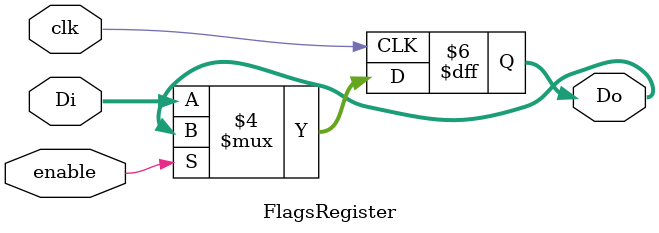
<source format=v>
`timescale 1ns / 1ps
module FlagsRegister(  
	 input [31:0] Di, //entrada
	 input clk,       //reloj
	 input enable,    //enable
	 output reg [31:0] Do  //registro
	);
	
	always @(posedge clk) 
		begin
			if(~enable)
				Do=Di; //se le asigna el dato de entrada al registro de 23 bits
		end

endmodule

</source>
